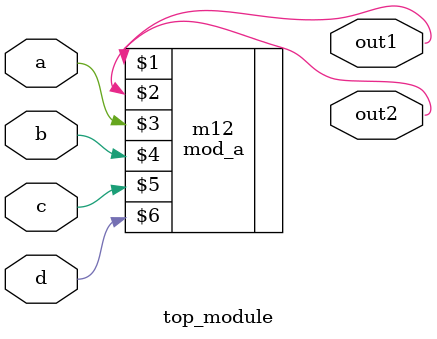
<source format=v>
module top_module ( 
    input a, 
    input b, 
    input c,
    input d,
    output out1,
    output out2
	);
    mod_a m12(out1, out2, a, b, c, d);

endmodule

</source>
